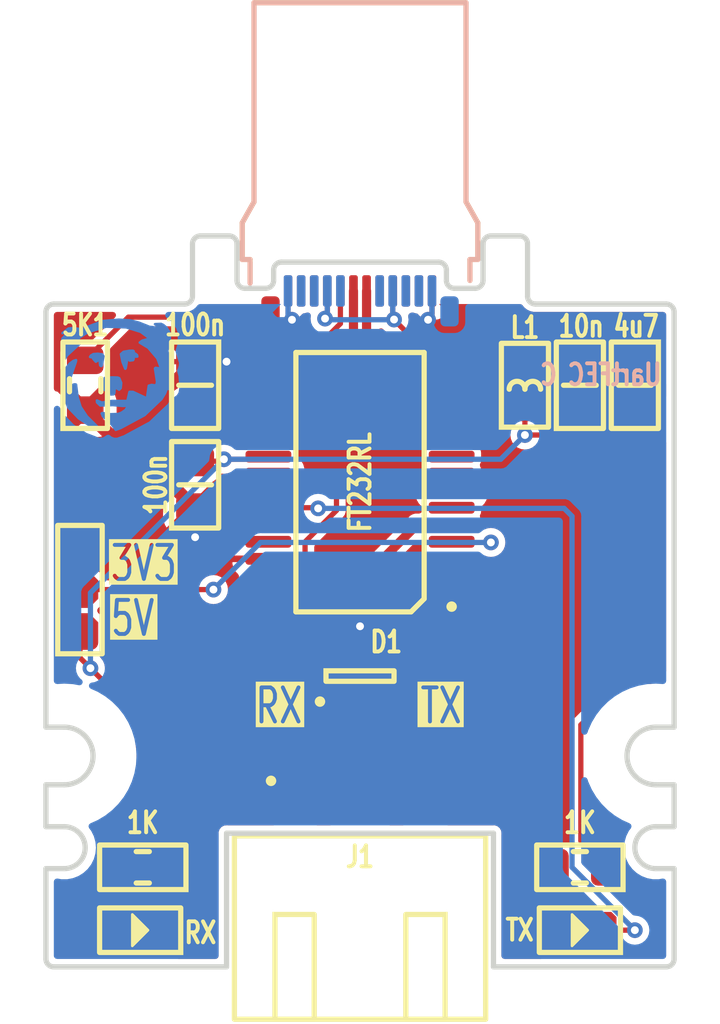
<source format=kicad_pcb>
(kicad_pcb (version 20221018) (generator pcbnew)
  (layers (0 "F.Cu" signal) (31 "B.Cu" jumper) (34 "B.Paste" user) (35 "F.Paste" user) (36 "B.SilkS" user "B.Silkscreen") (37 "F.SilkS" user "F.Silkscreen") (38 "B.Mask" user) (39 "F.Mask" user) (44 "Edge.Cuts" user))
  (net 0 "")
  (net 1 "A_CC")
  (net 2 "TXD")
  (net 3 "5V")
  (net 4 "RXD")
  (net 5 "USB_DP")
  (net 6 "USB_DM")
  (net 7 "GND")
  (net 8 "USB_Vin")
  (net 9 "3V3")
  (net 10 "Vio")
  (net 11 "LED_TXD")
  (net 12 "LED_TXD'")
  (net 13 "LED_RXD'")
  (net 14 "LED_RXD")
  (footprint "Medo64:R (0805)" (layer "F.Cu") (at 40.4 44.1 180)
    (fp_text reference "R2" hide)
    (fp_text value "1K" (at 0 1.7) (layer "F.SilkS") (effects (font (size 0.8 0.6))))
    (fp_line (start -0.25 -0.6) (end 0.25 -0.6) (stroke (width 0.2)) (layer "F.SilkS"))
    (fp_line (start -0.25 0.6) (end 0.25 0.6) (stroke (width 0.2)) (layer "F.SilkS"))
    (fp_rect (start -1.65 -0.85) (end 1.65 0.85) (stroke (width 0.2)) (fill none) (layer "F.SilkS"))
    (pad "1" smd roundrect (at -0.95 0 180) (size 1.05 1.4) (layers "F.Cu" "F.Paste" "F.Mask") (net 3 "5V"))
    (pad "2" smd roundrect (at 0.95 0 180) (size 1.05 1.4) (layers "F.Cu" "F.Paste" "F.Mask") (net 12 "LED_TXD'"))
  )
  (footprint "Medo64:L (0805)" (layer "F.Cu") (at 38.3 25.7 90)
    (fp_text reference "L1" (at 2.2 0 180) (layer "F.SilkS") (effects (font (size 0.8 0.6))))
    (fp_text value "600R" hide)
    (fp_rect (start -1.6 -0.9) (end 1.6 0.9) (stroke (width 0.2)) (fill none) (layer "F.SilkS"))
    (fp_arc (start -0.15 -0.6) (mid 0.15 -0.3) (end -0.15 0) (stroke (width 0.2)) (layer "F.SilkS"))
    (fp_arc (start -0.15 0) (mid 0.15 0.3) (end -0.15 0.6) (stroke (width 0.2)) (layer "F.SilkS"))
    (pad "1" smd roundrect (at -0.85 0 90) (size 1.05 1.4) (layers "F.Cu" "F.Paste" "F.Mask") (net 3 "5V"))
    (pad "2" smd roundrect (at 0.85 0 90) (size 1.05 1.4) (layers "F.Cu" "F.Paste" "F.Mask") (net 8 "USB_Vin"))
  )
  (footprint "Medo64:P USB C 3.2 Edge (24w)" (layer "F.Cu") (at 32 22)
    (fp_text reference "P1" hide)
    (fp_text value "105444-0001" hide)
    (fp_line (start -4.5 -2.5) (end -4.5 -1.1) (stroke (width 0.2)) (layer "B.SilkS"))
    (fp_line (start -4.5 -2.5) (end -4.05 -3.3) (stroke (width 0.2)) (layer "B.SilkS"))
    (fp_line (start -4.5 -1.1) (end -4.2 -1.1) (stroke (width 0.2)) (layer "B.SilkS"))
    (fp_line (start -4.2 -1) (end -4.2 -0.2) (stroke (width 0.2)) (layer "B.SilkS"))
    (fp_line (start -4.05 -10.9) (end -4.05 -3.3) (stroke (width 0.2)) (layer "B.SilkS"))
    (fp_line (start -4.05 -10.9) (end 4.05 -10.9) (stroke (width 0.2)) (layer "B.SilkS"))
    (fp_line (start 4.05 -10.9) (end 4.05 -3.3) (stroke (width 0.2)) (layer "B.SilkS"))
    (fp_line (start 4.2 -1.1) (end 4.2 -0.3) (stroke (width 0.2)) (layer "B.SilkS"))
    (fp_line (start 4.5 -2.5) (end 4.05 -3.3) (stroke (width 0.2)) (layer "B.SilkS"))
    (fp_line (start 4.5 -2.5) (end 4.5 -1.1) (stroke (width 0.2)) (layer "B.SilkS"))
    (fp_line (start 4.5 -1.1) (end 4.2 -1.1) (stroke (width 0.2)) (layer "B.SilkS"))
    (fp_line (start -4.5 -2.5) (end -4.5 -1.1) (stroke (width 0.2)) (layer "F.SilkS"))
    (fp_line (start -4.5 -2.5) (end -4.05 -3.3) (stroke (width 0.2)) (layer "F.SilkS"))
    (fp_line (start -4.5 -1.1) (end -4.2 -1.1) (stroke (width 0.2)) (layer "F.SilkS"))
    (fp_line (start -4.2 -1.1) (end -4.2 -0.3) (stroke (width 0.2)) (layer "F.SilkS"))
    (fp_line (start -4.05 -10.9) (end -4.05 -3.3) (stroke (width 0.2)) (layer "F.SilkS"))
    (fp_line (start -4.05 -10.9) (end 4.05 -10.9) (stroke (width 0.2)) (layer "F.SilkS"))
    (fp_line (start 4.05 -10.9) (end 4.05 -3.3) (stroke (width 0.2)) (layer "F.SilkS"))
    (fp_line (start 4.2 -1.1) (end 4.2 -0.3) (stroke (width 0.2)) (layer "F.SilkS"))
    (fp_line (start 4.5 -2.5) (end 4.05 -3.3) (stroke (width 0.2)) (layer "F.SilkS"))
    (fp_line (start 4.5 -2.5) (end 4.5 -1.1) (stroke (width 0.2)) (layer "F.SilkS"))
    (fp_line (start 4.5 -1.1) (end 4.2 -1.1) (stroke (width 0.2)) (layer "F.SilkS"))
    (pad "A1" smd roundrect locked (at -2.75 0.1) (size 0.33 1.2) (layers "F.Cu" "F.Paste" "F.Mask") (chamfer_ratio 0.2) (chamfer top_left bottom_left) (net 7 "GND"))
    (pad "A2" smd roundrect locked (at -2.25 0.1) (size 0.33 1.2) (layers "F.Cu" "F.Paste" "F.Mask"))
    (pad "A3" smd roundrect locked (at -1.75 0.1) (size 0.33 1.2) (layers "F.Cu" "F.Paste" "F.Mask"))
    (pad "A4" smd roundrect locked (at -1.25 0.1) (size 0.33 1.2) (layers "F.Cu" "F.Paste" "F.Mask") (net 8 "USB_Vin"))
    (pad "A5" smd roundrect locked (at -0.75 0.1) (size 0.33 1.2) (layers "F.Cu" "F.Paste" "F.Mask") (net 1 "A_CC"))
    (pad "A6" smd roundrect locked (at -0.25 0.1) (size 0.33 1.2) (layers "F.Cu" "F.Paste" "F.Mask") (net 5 "USB_DP"))
    (pad "A7" smd roundrect locked (at 0.25 0.1) (size 0.33 1.2) (layers "F.Cu" "F.Paste" "F.Mask") (net 6 "USB_DM"))
    (pad "A8" smd roundrect locked (at 0.75 0.1) (size 0.33 1.2) (layers "F.Cu" "F.Paste" "F.Mask"))
    (pad "A9" smd roundrect locked (at 1.25 0.1) (size 0.33 1.2) (layers "F.Cu" "F.Paste" "F.Mask") (net 8 "USB_Vin"))
    (pad "A10" smd roundrect locked (at 1.75 0.1) (size 0.33 1.2) (layers "F.Cu" "F.Paste" "F.Mask"))
    (pad "A11" smd roundrect locked (at 2.25 0.1) (size 0.33 1.2) (layers "F.Cu" "F.Paste" "F.Mask"))
    (pad "A12" smd roundrect locked (at 2.75 0.1) (size 0.33 1.2) (layers "F.Cu" "F.Paste" "F.Mask") (net 7 "GND"))
    (pad "B01" smd roundrect locked (at 2.75 0.1) (size 0.33 1.2) (layers "B.Cu" "B.Paste" "B.Mask") (chamfer_ratio 0.2) (chamfer top_right bottom_right) (net 7 "GND"))
    (pad "B02" smd roundrect locked (at 2.25 0.1) (size 0.33 1.2) (layers "B.Cu" "B.Paste" "B.Mask"))
    (pad "B03" smd roundrect locked (at 1.75 0.1) (size 0.33 1.2) (layers "B.Cu" "B.Paste" "B.Mask"))
    (pad "B04" smd roundrect locked (at 1.25 0.1) (size 0.33 1.2) (layers "B.Cu" "B.Paste" "B.Mask") (net 8 "USB_Vin"))
    (pad "B05" smd roundrect locked (at 0.75 0.1) (size 0.33 1.2) (layers "B.Cu" "B.Paste" "B.Mask"))
    (pad "B08" smd roundrect locked (at -0.75 0.1) (size 0.33 1.2) (layers "B.Cu" "B.Paste" "B.Mask"))
    (pad "B09" smd roundrect locked (at -1.25 0.1) (size 0.33 1.2) (layers "B.Cu" "B.Paste" "B.Mask") (net 8 "USB_Vin"))
    (pad "B10" smd roundrect locked (at -1.75 0.1) (size 0.33 1.2) (layers "B.Cu" "B.Paste" "B.Mask"))
    (pad "B11" smd roundrect locked (at -2.25 0.1) (size 0.33 1.2) (layers "B.Cu" "B.Paste" "B.Mask"))
    (pad "B12" smd roundrect locked (at -2.75 0.1) (size 0.33 1.2) (layers "B.Cu" "B.Paste" "B.Mask") (net 7 "GND"))
    (pad "S" smd roundrect locked (at -3.42 0.88) (size 0.7 1.15) (layers "F.Cu" "F.Paste" "F.Mask"))
    (pad "S" smd roundrect locked (at 3.42 0.88) (size 0.7 1.15) (layers "B.Cu" "B.Paste" "B.Mask"))
  )
  (footprint "Medo64:D TVS SM05T1G (SOT23-3)" (layer "F.Cu") (at 32 36.8)
    (fp_text reference "D1" (at 1 -1.3) (layer "F.SilkS") (effects (font (size 0.8 0.6))))
    (fp_text value "SM05T1G" hide)
    (fp_rect (start -1.3 -0.2) (end 1.3 0.2) (stroke (width 0.2)) (fill none) (layer "F.SilkS"))
    (fp_circle (center -1.53 0.975) (end -1.38 0.975) (stroke (width 0.1)) (fill solid) (layer "F.SilkS"))
    (pad "1" smd roundrect (at -0.95 0.975) (size 0.56 0.95) (layers "F.Cu" "F.Paste" "F.Mask") (chamfer_ratio 0.2) (chamfer top_left bottom_left) (net 4 "RXD"))
    (pad "2" smd roundrect (at 0.95 0.975) (size 0.56 0.95) (layers "F.Cu" "F.Paste" "F.Mask") (net 2 "TXD"))
    (pad "3" smd roundrect (at 0 -0.975) (size 0.56 0.95) (layers "F.Cu" "F.Paste" "F.Mask") (net 7 "GND"))
  )
  (footprint "Medo64:C (0805)" (layer "F.Cu") (at 40.4 25.7 90)
    (fp_text reference "C1" hide)
    (fp_text value "10n" (at 2.25 0.05 180) (layer "F.SilkS") (effects (font (size 0.8 0.6) (thickness 0.15) bold)))
    (fp_line (start 0 -0.625) (end 0 0.625) (stroke (width 0.2)) (layer "F.SilkS"))
    (fp_rect (start -1.65 -0.9) (end 1.65 0.9) (stroke (width 0.2)) (fill none) (layer "F.SilkS"))
    (pad "1" smd roundrect (at -0.9 0 90) (size 1.15 1.45) (layers "F.Cu" "F.Paste" "F.Mask") (net 7 "GND"))
    (pad "2" smd roundrect (at 0.9 0 90) (size 1.15 1.45) (layers "F.Cu" "F.Paste" "F.Mask") (net 8 "USB_Vin"))
  )
  (footprint "Medo64:DS (0805)" (layer "F.Cu") (at 40.4 46.5 180)
    (fp_text reference "DS2" hide)
    (fp_text value "TX" (at 2.3 0) (layer "F.SilkS") (effects (font (size 0.8 0.6) (thickness 0.15) bold)))
    (fp_rect (start -1.55 -0.85) (end 1.55 0.85) (stroke (width 0.2)) (fill none) (layer "F.SilkS"))
    (fp_poly (pts (xy -0.3 0) (xy 0.3 -0.6) (xy 0.3 0.6)) (stroke (width 0.1)) (fill solid) (layer "F.SilkS"))
    (pad "1" smd roundrect (at -0.9 0 180) (size 1 1.4) (layers "F.Cu" "F.Paste" "F.Mask") (chamfer_ratio 0.2) (chamfer top_left bottom_left) (net 11 "LED_TXD"))
    (pad "2" smd roundrect (at 0.9 0 180) (size 1 1.4) (layers "F.Cu" "F.Paste" "F.Mask") (net 12 "LED_TXD'"))
  )
  (footprint "Medo64:C (0805)" (layer "F.Cu") (at 25.7 25.7 -90)
    (fp_text reference "C3" hide)
    (fp_text value "100n" (at -2.3 0) (layer "F.SilkS") (effects (font (size 0.8 0.6) (thickness 0.15) bold)))
    (fp_line (start 0 -0.625) (end 0 0.625) (stroke (width 0.2)) (layer "F.SilkS"))
    (fp_rect (start -1.65 -0.9) (end 1.65 0.9) (stroke (width 0.2)) (fill none) (layer "F.SilkS"))
    (pad "1" smd roundrect (at -0.9 0 270) (size 1.15 1.45) (layers "F.Cu" "F.Paste" "F.Mask") (net 7 "GND"))
    (pad "2" smd roundrect (at 0.9 0 270) (size 1.15 1.45) (layers "F.Cu" "F.Paste" "F.Mask") (net 9 "3V3"))
  )
  (footprint "Medo64:J JST XH Edge [UART] (3w)" (layer "F.Cu") (at 32 40.8)
    (fp_text reference "J1" (at 0 2.9) (layer "F.SilkS") (effects (font (size 0.8 0.6) (thickness 0.15) bold)))
    (fp_text value "B3B-XH-A")
    (fp_rect (start -4.8 2.1) (end 4.8 9.1) (stroke (width 0.2)) (fill none) (layer "F.SilkS"))
    (fp_rect (start -3.25 5.1) (end -1.75 9.1) (stroke (width 0.2)) (fill none) (layer "F.SilkS"))
    (fp_rect (start 3.25 5.1) (end 1.75 9.1) (stroke (width 0.2)) (fill none) (layer "F.SilkS"))
    (fp_circle (center -3.4 0) (end -3.25 0) (stroke (width 0.1)) (fill solid) (layer "F.SilkS"))
    (pad "1" smd roundrect (at -2.5 0) (size 1.2 3) (layers "F.Cu" "F.Paste" "F.Mask") (chamfer_ratio 0.2) (chamfer top_left bottom_left) (net 4 "RXD"))
    (pad "2" smd roundrect (at 0 0) (size 1.2 3) (layers "F.Cu" "F.Paste" "F.Mask") (net 7 "GND"))
    (pad "3" smd roundrect (at 2.5 0) (size 1.2 3) (layers "F.Cu" "F.Paste" "F.Mask") (net 2 "TXD"))
  )
  (footprint "Medo64:C (0805)" (layer "F.Cu") (at 25.7 29.5 90)
    (fp_text reference "C2" hide)
    (fp_text value "100n" (at 0 -1.5 90) (layer "F.SilkS") (effects (font (size 0.8 0.6) (thickness 0.15) bold)))
    (fp_line (start 0 -0.625) (end 0 0.625) (stroke (width 0.2)) (layer "F.SilkS"))
    (fp_rect (start -1.65 -0.9) (end 1.65 0.9) (stroke (width 0.2)) (fill none) (layer "F.SilkS"))
    (pad "1" smd roundrect (at -0.9 0 90) (size 1.15 1.45) (layers "F.Cu" "F.Paste" "F.Mask") (net 7 "GND"))
    (pad "2" smd roundrect (at 0.9 0 90) (size 1.15 1.45) (layers "F.Cu" "F.Paste" "F.Mask") (net 3 "5V"))
  )
  (footprint "Medo64:U Transciever UART FT232RL (SSOP-28)" (layer "F.Cu") (at 32 29.4 180)
    (fp_text reference "U1" hide)
    (fp_text value "FT232RL" (at 0 0 90) (layer "F.SilkS") (effects (font (size 0.8 0.6))))
    (fp_line (start -2.45 -4.45) (end -1.95 -4.95) (stroke (width 0.2)) (layer "F.SilkS"))
    (fp_line (start -2.45 4.95) (end -2.45 -4.45) (stroke (width 0.2)) (layer "F.SilkS"))
    (fp_line (start -1.95 -4.95) (end 2.45 -4.95) (stroke (width 0.2)) (layer "F.SilkS"))
    (fp_line (start 2.45 -4.95) (end 2.45 4.95) (stroke (width 0.2)) (layer "F.SilkS"))
    (fp_line (start 2.45 4.95) (end -2.45 4.95) (stroke (width 0.2)) (layer "F.SilkS"))
    (fp_circle (center -3.5 -4.75) (end -3.35 -4.75) (stroke (width 0.1)) (fill solid) (layer "F.SilkS"))
    (pad "1" smd roundrect locked (at -3.5 -4.225 180) (size 1.75 0.45) (layers "F.Cu" "F.Paste" "F.Mask") (chamfer_ratio 0.2) (chamfer top_left top_right) (net 2 "TXD"))
    (pad "2" smd roundrect locked (at -3.5 -3.575 180) (size 1.75 0.45) (layers "F.Cu" "F.Paste" "F.Mask"))
    (pad "3" smd roundrect locked (at -3.5 -2.925 180) (size 1.75 0.45) (layers "F.Cu" "F.Paste" "F.Mask"))
    (pad "4" smd roundrect locked (at -3.5 -2.275 180) (size 1.75 0.45) (layers "F.Cu" "F.Paste" "F.Mask") (net 10 "Vio"))
    (pad "5" smd roundrect locked (at -3.5 -1.625 180) (size 1.75 0.45) (layers "F.Cu" "F.Paste" "F.Mask") (net 4 "RXD"))
    (pad "6" smd roundrect locked (at -3.5 -0.975 180) (size 1.75 0.45) (layers "F.Cu" "F.Paste" "F.Mask"))
    (pad "7" smd roundrect locked (at -3.5 -0.325 180) (size 1.75 0.45) (layers "F.Cu" "F.Paste" "F.Mask") (net 7 "GND"))
    (pad "8" smd roundrect locked (at -3.5 0.325 180) (size 1.75 0.45) (layers "F.Cu" "F.Paste" "F.Mask"))
    (pad "9" smd roundrect locked (at -3.5 0.975 180) (size 1.75 0.45) (layers "F.Cu" "F.Paste" "F.Mask"))
    (pad "10" smd roundrect locked (at -3.5 1.625 180) (size 1.75 0.45) (layers "F.Cu" "F.Paste" "F.Mask"))
    (pad "11" smd roundrect locked (at -3.5 2.275 180) (size 1.75 0.45) (layers "F.Cu" "F.Paste" "F.Mask"))
    (pad "12" smd roundrect locked (at -3.5 2.925 180) (size 1.75 0.45) (layers "F.Cu" "F.Paste" "F.Mask"))
    (pad "13" smd roundrect locked (at -3.5 3.575 180) (size 1.75 0.45) (layers "F.Cu" "F.Paste" "F.Mask"))
    (pad "14" smd roundrect locked (at -3.5 4.225 180) (size 1.75 0.45) (layers "F.Cu" "F.Paste" "F.Mask"))
    (pad "15" smd roundrect locked (at 3.5 4.225 180) (size 1.75 0.45) (layers "F.Cu" "F.Paste" "F.Mask") (net 5 "USB_DP"))
    (pad "16" smd roundrect locked (at 3.5 3.575 180) (size 1.75 0.45) (layers "F.Cu" "F.Paste" "F.Mask") (net 6 "USB_DM"))
    (pad "17" smd roundrect locked (at 3.5 2.925 180) (size 1.75 0.45) (layers "F.Cu" "F.Paste" "F.Mask") (net 9 "3V3"))
    (pad "18" smd roundrect locked (at 3.5 2.275 180) (size 1.75 0.45) (layers "F.Cu" "F.Paste" "F.Mask") (net 7 "GND"))
    (pad "19" smd roundrect locked (at 3.5 1.625 180) (size 1.75 0.45) (layers "F.Cu" "F.Paste" "F.Mask"))
    (pad "20" smd roundrect locked (at 3.5 0.975 180) (size 1.75 0.45) (layers "F.Cu" "F.Paste" "F.Mask") (net 3 "5V"))
    (pad "21" smd roundrect locked (at 3.5 0.325 180) (size 1.75 0.45) (layers "F.Cu" "F.Paste" "F.Mask") (net 7 "GND"))
    (pad "22" smd roundrect locked (at 3.5 -0.325 180) (size 1.75 0.45) (layers "F.Cu" "F.Paste" "F.Mask") (net 14 "LED_RXD"))
    (pad "23" smd roundrect locked (at 3.5 -0.975 180) (size 1.75 0.45) (layers "F.Cu" "F.Paste" "F.Mask") (net 11 "LED_TXD"))
    (pad "24" smd roundrect locked (at 3.5 -1.625 180) (size 1.75 0.45) (layers "F.Cu" "F.Paste" "F.Mask"))
    (pad "25" smd roundrect locked (at 3.5 -2.275 180) (size 1.75 0.45) (layers "F.Cu" "F.Paste" "F.Mask") (net 7 "GND"))
    (pad "26" smd roundrect locked (at 3.5 -2.925 180) (size 1.75 0.45) (layers "F.Cu" "F.Paste" "F.Mask") (net 7 "GND"))
    (pad "27" smd roundrect locked (at 3.5 -3.575 180) (size 1.75 0.45) (layers "F.Cu" "F.Paste" "F.Mask"))
    (pad "28" smd roundrect locked (at 3.5 -4.225 180) (size 1.75 0.45) (layers "F.Cu" "F.Paste" "F.Mask"))
  )
  (footprint "Medo64:R (0805)" (layer "F.Cu") (at 21.5 25.7 90)
    (fp_text reference "R3" hide)
    (fp_text value "5K1" (at 2.3 0 180) (layer "F.SilkS") (effects (font (size 0.8 0.6))))
    (fp_line (start -0.25 -0.6) (end 0.25 -0.6) (stroke (width 0.2)) (layer "F.SilkS"))
    (fp_line (start -0.25 0.6) (end 0.25 0.6) (stroke (width 0.2)) (layer "F.SilkS"))
    (fp_rect (start -1.65 -0.85) (end 1.65 0.85) (stroke (width 0.2)) (fill none) (layer "F.SilkS"))
    (pad "1" smd roundrect (at -0.95 0 90) (size 1.05 1.4) (layers "F.Cu" "F.Paste" "F.Mask") (net 7 "GND"))
    (pad "2" smd roundrect (at 0.95 0 90) (size 1.05 1.4) (layers "F.Cu" "F.Paste" "F.Mask") (net 1 "A_CC"))
  )
  (footprint "Medo64:JP Dual (1205)" (layer "F.Cu") (at 21.3 33.5 90)
    (fp_text reference "JP1" hide)
    (fp_text value "Jumper" hide)
    (fp_rect (start -2.45 -0.85) (end 2.45 0.85) (stroke (width 0.2)) (fill none) (layer "F.SilkS"))
    (pad "1" smd roundrect (at -1.6 0 90) (size 1.4 1.4) (layers "F.Cu" "F.Mask") (roundrect_rratio 0.2) (chamfer_ratio 0.25) (chamfer top_right bottom_right) (net 3 "5V"))
    (pad "2" smd roundrect (at 0 0 90) (size 1.4 1.4) (layers "F.Cu" "F.Mask") (roundrect_rratio 0) (chamfer_ratio 0.25) (chamfer top_left top_right bottom_left bottom_right) (net 10 "Vio"))
    (pad "3" smd roundrect (at 1.6 0 90) (size 1.4 1.4) (layers "F.Cu" "F.Mask") (roundrect_rratio 0.2) (chamfer_ratio 0.25) (chamfer top_left bottom_left) (net 9 "3V3"))
  )
  (footprint "Medo64:DS (0805)" (layer "F.Cu") (at 23.6 46.5 180)
    (fp_text reference "DS1" hide)
    (fp_text value "RX" (at -2.3 -0.1) (layer "F.SilkS") (effects (font (size 0.8 0.6) (thickness 0.15) bold)))
    (fp_rect (start -1.55 -0.85) (end 1.55 0.85) (stroke (width 0.2)) (fill none) (layer "F.SilkS"))
    (fp_poly (pts (xy -0.3 0) (xy 0.3 -0.6) (xy 0.3 0.6)) (stroke (width 0.1)) (fill solid) (layer "F.SilkS"))
    (pad "1" smd roundrect (at -0.9 0 180) (size 1 1.4) (layers "F.Cu" "F.Paste" "F.Mask") (chamfer_ratio 0.2) (chamfer top_left bottom_left) (net 14 "LED_RXD"))
    (pad "2" smd roundrect (at 0.9 0 180) (size 1 1.4) (layers "F.Cu" "F.Paste" "F.Mask") (net 13 "LED_RXD'"))
  )
  (footprint "Medo64:R (0805)" (layer "F.Cu") (at 23.7 44.1 180)
    (fp_text reference "R1" hide)
    (fp_text value "1K" (at 0 1.7) (layer "F.SilkS") (effects (font (size 0.8 0.6))))
    (fp_line (start -0.25 -0.6) (end 0.25 -0.6) (stroke (width 0.2)) (layer "F.SilkS"))
    (fp_line (start -0.25 0.6) (end 0.25 0.6) (stroke (width 0.2)) (layer "F.SilkS"))
    (fp_rect (start -1.65 -0.85) (end 1.65 0.85) (stroke (width 0.2)) (fill none) (layer "F.SilkS"))
    (pad "1" smd roundrect (at -0.95 0 180) (size 1.05 1.4) (layers "F.Cu" "F.Paste" "F.Mask") (net 3 "5V"))
    (pad "2" smd roundrect (at 0.95 0 180) (size 1.05 1.4) (layers "F.Cu" "F.Paste" "F.Mask") (net 13 "LED_RXD'"))
  )
  (footprint "Medo64:C (0805)" (layer "F.Cu") (at 42.5 25.7 -90)
    (fp_text reference "C4" hide)
    (fp_text value "4u7" (at -2.25 -0.05) (layer "F.SilkS") (effects (font (size 0.8 0.6) (thickness 0.15) bold)))
    (fp_line (start 0 -0.625) (end 0 0.625) (stroke (width 0.2)) (layer "F.SilkS"))
    (fp_rect (start -1.65 -0.9) (end 1.65 0.9) (stroke (width 0.2)) (fill none) (layer "F.SilkS"))
    (pad "1" smd roundrect (at -0.9 0 270) (size 1.15 1.45) (layers "F.Cu" "F.Paste" "F.Mask") (net 7 "GND"))
    (pad "2" smd roundrect (at 0.9 0 270) (size 1.15 1.45) (layers "F.Cu" "F.Paste" "F.Mask") (net 3 "5V"))
  )
  (footprint "Medo64:ICON Medo64" (layer "B.Cu") (at 22.7 25.3 180)
    (fp_text reference "ICON" hide)
    (fp_text value "Medo64" hide)
    (fp_poly (pts (xy 0.569 0.353) (xy 0.506 0.707) (xy 0.554 0.778) (xy 0.719 0.8) (xy 0.885 0.786) (xy 0.979 0.733) (xy 1.012 0.682) (xy 0.902 0.659) (xy 0.892 0.612) (xy 0.793 0.5) (xy 0.659 0.583) (xy 0.647 0.581) (xy 0.632 0.391) (xy 0.622 0.353) (xy 0.592 0.334)) (stroke (width 0.1)) (fill solid) (layer "B.Cu"))
    (fp_poly (pts (xy -0.347 0.253) (xy -0.412 0.648) (xy -0.502 0.544) (xy -0.626 0.56) (xy -0.646 0.595) (xy -0.654 0.695) (xy -0.79 0.696) (xy -0.777 0.752) (xy -0.709 0.806) (xy -0.594 0.838) (xy -0.594 0.861) (xy -0.645 0.874) (xy -0.654 0.893) (xy -0.626 0.915) (xy -0.491 0.913) (xy -0.267 0.874) (xy -0.168 0.787) (xy -0.23 0.486) (xy -0.331 0.233) (xy -0.339 0.24)) (stroke (width 0.1)) (fill solid) (layer "B.Cu"))
    (fp_poly (pts (xy 0.115 -0.742) (xy 0.0899 -0.706) (xy 0.0781 -0.566) (xy 0.0622 -0.52) (xy 0.00798 -0.502) (xy -0.097 -0.566) (xy -0.155 -0.508) (xy -0.174 -0.31) (xy -0.101 -0.133) (xy -0.0361 -0.108) (xy 0.168 -0.103) (xy 0.347 -0.109) (xy 0.44 -0.12) (xy 0.515 -0.205) (xy 0.54 -0.36) (xy 0.533 -0.466) (xy 0.5 -0.535) (xy 0.431 -0.596) (xy 0.384 -0.562) (xy 0.365 -0.53) (xy 0.342 -0.512) (xy 0.286 -0.53) (xy 0.257 -0.652) (xy 0.212 -0.749)) (stroke (width 0.1)) (fill solid) (layer "B.Cu"))
    (fp_poly (pts (xy 1.137 -1.588) (xy 1.377 -1.227) (xy 1.493 -0.853) (xy 1.544 -0.455) (xy 1.551 -0.378) (xy 1.595 -0.367) (xy 1.649 -0.379) (xy 1.781 -0.45) (xy 1.801 -0.39) (xy 1.761 -0.0848) (xy 1.586 0.417) (xy 1.555 0.511) (xy 1.55 0.558) (xy 1.648 0.527) (xy 1.79 0.423) (xy 1.958 0.207) (xy 2.045 -0.013) (xy 2.05 -0.076) (xy 1.964 -0.0819) (xy 1.999 -0.548) (xy 1.973 -0.89) (xy 1.846 -1.245) (xy 1.444 -1.662) (xy 1.007 -1.949) (xy 0.62 -2.1)) (stroke (width 0.1)) (fill solid) (layer "B.Cu"))
    (fp_poly (pts (xy -0.162 -2.027) (xy -1.067 -1.539) (xy -1.715 -0.923) (xy -1.847 -0.71) (xy -1.921 -0.519) (xy -2.079 -0.567) (xy -2.095 -0.469) (xy -2.062 -0.0937) (xy -1.952 0.314) (xy -1.982 0.367) (xy -2.06 0.354) (xy -2.077 0.422) (xy -1.93 0.912) (xy -2.032 1.227) (xy -2.034 1.544) (xy -1.998 1.647) (xy -1.903 1.796) (xy -1.782 1.9) (xy -1.695 1.941) (xy -1.468 1.93) (xy -1.663 1.801) (xy -1.722 1.753) (xy -1.784 1.659) (xy -1.735 1.66) (xy -1.576 1.778) (xy -1.371 1.817) (xy -1.254 1.827) (xy -1.134 1.877) (xy -0.852 1.987) (xy -0.528 2.073) (xy -0.0731 2.1) (xy 0.509 2.05) (xy 1.073 1.842) (xy 1.317 1.73) (xy 1.649 1.779) (xy 1.837 1.763) (xy 2.065 1.59) (xy 1.802 1.633) (xy 1.67 1.615) (xy 1.959 1.505) (xy 2.067 1.378) (xy 2.085 1.212) (xy 2.009 0.915) (xy 2.099 0.563) (xy 2.055 0.501) (xy 1.891 0.746) (xy 1.396 1.198) (xy 1.522 1.254) (xy 1.413 1.428) (xy 1.101 1.627) (xy 0.403 1.839) (xy -0.366 1.813) (xy -0.919 1.642) (xy -1.209 1.43) (xy -1.227 1.366) (xy -0.981 1.3) (xy -0.886 1.23) (xy -1.21 1.035) (xy -1.558 0.628) (xy -1.682 0.293) (xy -1.663 0.238) (xy -1.492 0.262) (xy -1.468 0.242) (xy -1.547 -0.268) (xy -1.529 -0.375) (xy -1.464 -0.408) (xy -1.339 -0.39) (xy -1.231 -0.419) (xy -1.16 -0.905) (xy -0.625 -0.656) (xy -0.494 -0.655) (xy -0.414 -1.002) (xy 0.18 -1.002) (xy 0.561 -1.064) (xy 0.751 -0.985) (xy 0.746 -1.053) (xy 0.624 -1.17) (xy 0.142 -1.154) (xy -0.23 -1.188) (xy -0.449 -1.178) (xy -0.342 -1.347) (xy -0.189 -1.45) (xy -0.0588 -1.5) (xy 0.291 -1.511) (xy 0.537 -1.463) (xy 0.568 -1.475) (xy 0.523 -1.584) (xy 0.188 -1.888) (xy 0.0332 -2.1)) (stroke (width 0.1)) (fill solid) (layer "B.Cu"))
  )
  (gr_line locked (start 38.4 20.3) (end 38.4 22.3) (stroke (width 0.2)) (layer "Edge.Cuts"))
  (gr_arc locked (start 25.6 22.3) (mid 25.512132 22.512132) (end 25.3 22.6) (stroke (width 0.2)) (layer "Edge.Cuts"))
  (gr_arc locked (start 43.3 40.95) (mid 42.2 39.85) (end 43.3 38.75) (stroke (width 0.2)) (layer "Edge.Cuts"))
  (gr_line locked (start 37.1 47.9) (end 43.7 47.9) (stroke (width 0.2)) (layer "Edge.Cuts"))
  (gr_line locked (start 20.7 40.95) (end 20 40.95) (stroke (width 0.2)) (layer "Edge.Cuts"))
  (gr_line locked (start 43.3 40.95) (end 44 40.95) (stroke (width 0.2)) (layer "Edge.Cuts"))
  (gr_line locked (start 44 44.15) (end 43.3 44.15) (stroke (width 0.2)) (layer "Edge.Cuts"))
  (gr_arc locked (start 35 21) (mid 35.212132 21.087868) (end 35.3 21.3) (stroke (width 0.2)) (layer "Edge.Cuts"))
  (gr_arc locked (start 28.7 21.3) (mid 28.787868 21.087868) (end 29 21) (stroke (width 0.2)) (layer "Edge.Cuts"))
  (gr_line locked (start 38.1 20) (end 37 20) (stroke (width 0.2)) (layer "Edge.Cuts"))
  (gr_arc locked (start 28.7 21.7) (mid 28.612132 21.912132) (end 28.4 22) (stroke (width 0.2)) (layer "Edge.Cuts"))
  (gr_arc locked (start 27 20) (mid 27.212132 20.087868) (end 27.3 20.3) (stroke (width 0.2)) (layer "Edge.Cuts"))
  (gr_arc locked (start 43.7 22.6) (mid 43.912132 22.687868) (end 44 22.9) (stroke (width 0.2)) (layer "Edge.Cuts"))
  (gr_line locked (start 20 44.15) (end 20 47.6) (stroke (width 0.2)) (layer "Edge.Cuts"))
  (gr_line locked (start 20 38.75) (end 20.7 38.75) (stroke (width 0.2)) (layer "Edge.Cuts"))
  (gr_line locked (start 44 42.55) (end 43.3 42.55) (stroke (width 0.2)) (layer "Edge.Cuts"))
  (gr_arc locked (start 38.7 22.6) (mid 38.487868 22.512132) (end 38.4 22.3) (stroke (width 0.2)) (layer "Edge.Cuts"))
  (gr_line locked (start 44 42.55) (end 44 40.95) (stroke (width 0.2)) (layer "Edge.Cuts"))
  (gr_line locked (start 28.4 22) (end 27.6 22) (stroke (width 0.2)) (layer "Edge.Cuts"))
  (gr_line locked (start 43.7 22.6) (end 38.7 22.6) (stroke (width 0.2)) (layer "Edge.Cuts"))
  (gr_line locked (start 20.3 22.6) (end 25.3 22.6) (stroke (width 0.2)) (layer "Edge.Cuts"))
  (gr_arc locked (start 38.1 20) (mid 38.312132 20.087868) (end 38.4 20.3) (stroke (width 0.2)) (layer "Edge.Cuts"))
  (gr_arc locked (start 35.6 22) (mid 35.387868 21.912132) (end 35.3 21.7) (stroke (width 0.2)) (layer "Edge.Cuts"))
  (gr_line locked (start 35.3 21.7) (end 35.3 21.3) (stroke (width 0.2)) (layer "Edge.Cuts"))
  (gr_line locked (start 27.3 20.3) (end 27.3 21.7) (stroke (width 0.2)) (layer "Edge.Cuts"))
  (gr_arc locked (start 20 22.9) (mid 20.087868 22.687868) (end 20.3 22.6) (stroke (width 0.2)) (layer "Edge.Cuts"))
  (gr_arc locked (start 36.7 20.3) (mid 36.787868 20.087868) (end 37 20) (stroke (width 0.2)) (layer "Edge.Cuts"))
  (gr_arc locked (start 20.7 42.55) (mid 21.5 43.35) (end 20.7 44.15) (stroke (width 0.2)) (layer "Edge.Cuts"))
  (gr_arc locked (start 27.6 22) (mid 27.387868 21.912132) (end 27.3 21.7) (stroke (width 0.2)) (layer "Edge.Cuts"))
  (gr_line locked (start 36.7 20.3) (end 36.7 21.7) (stroke (width 0.2)) (layer "Edge.Cuts"))
  (gr_arc locked (start 44 47.6) (mid 43.912132 47.812132) (end 43.7 47.9) (stroke (width 0.2)) (layer "Edge.Cuts"))
  (gr_line locked (start 36.4 22) (end 35.6 22) (stroke (width 0.2)) (layer "Edge.Cuts"))
  (gr_line locked (start 44 22.9) (end 44 38.75) (stroke (width 0.2)) (layer "Edge.Cuts"))
  (gr_line locked (start 43.3 38.75) (end 44 38.75) (stroke (width 0.2)) (layer "Edge.Cuts"))
  (gr_line locked (start 28.7 21.7) (end 28.7 21.3) (stroke (width 0.2)) (layer "Edge.Cuts"))
  (gr_arc locked (start 20.7 38.75) (mid 21.8 39.85) (end 20.7 40.95) (stroke (width 0.2)) (layer "Edge.Cuts"))
  (gr_arc locked (start 43.3 44.15) (mid 42.5 43.35) (end 43.3 42.55) (stroke (width 0.2)) (layer "Edge.Cuts"))
  (gr_line locked (start 25.9 20) (end 27 20) (stroke (width 0.2)) (layer "Edge.Cuts"))
  (gr_line locked (start 25.6 20.3) (end 25.6 22.3) (stroke (width 0.2)) (layer "Edge.Cuts"))
  (gr_line locked (start 44 44.15) (end 44 47.6) (stroke (width 0.2)) (layer "Edge.Cuts"))
  (gr_line locked (start 20 22.9) (end 20 38.75) (stroke (width 0.2)) (layer "Edge.Cuts"))
  (gr_line locked (start 20.7 44.15) (end 20 44.15) (stroke (width 0.2)) (layer "Edge.Cuts"))
  (gr_line locked (start 37.1 42.8) (end 26.9 42.8) (stroke (width 0.2)) (layer "Edge.Cuts"))
  (gr_arc locked (start 25.6 20.3) (mid 25.687868 20.087868) (end 25.9 20) (stroke (width 0.2)) (layer "Edge.Cuts"))
  (gr_arc locked (start 36.7 21.7) (mid 36.612132 21.912132) (end 36.4 22) (stroke (width 0.2)) (layer "Edge.Cuts"))
  (gr_line locked (start 29 21) (end 35 21) (stroke (width 0.2)) (layer "Edge.Cuts"))
  (gr_line locked (start 26.9 47.9) (end 26.9 42.8) (stroke (width 0.2)) (layer "Edge.Cuts"))
  (gr_line locked (start 20.7 42.55) (end 20 42.55) (stroke (width 0.2)) (layer "Edge.Cuts"))
  (gr_line locked (start 20 42.55) (end 20 40.95) (stroke (width 0.2)) (layer "Edge.Cuts"))
  (gr_line locked (start 20.3 47.9) (end 26.9 47.9) (stroke (width 0.2)) (layer "Edge.Cuts"))
  (gr_line locked (start 37.1 47.9) (end 37.1 42.8) (stroke (width 0.2)) (layer "Edge.Cuts"))
  (gr_arc locked (start 20.3 47.9) (mid 20.087868 47.812132) (end 20 47.6) (stroke (width 0.2)) (layer "Edge.Cuts"))
  (gr_text "UartFEC C" (at 43.6 25.3) (layer "B.SilkS") (effects (font (size 0.8 0.6) (thickness 0.15) bold) (justify left mirror)))
  (gr_text "RX" (at 28.9 38.7) (layer "F.SilkS" knockout) (effects (font (size 1.3 0.9) (thickness 0.15) bold) (justify bottom)))
  (gr_text "TX" (at 35.1 38.7) (layer "F.SilkS" knockout) (effects (font (size 1.3 0.9) (thickness 0.15) bold) (justify bottom)))
  (gr_text "5V" (at 22.4 34.6) (layer "F.SilkS" knockout) (effects (font (size 1.3 0.9) (thickness 0.15) bold) (justify left)))
  (gr_text "3V3" (at 22.4 32.5) (layer "F.SilkS" knockout) (effects (font (size 1.3 0.9) (thickness 0.15) bold) (justify left)))
  (segment (start 31.25 22.1) (end 31.25 23.34792) (width 0.2) (layer "F.Cu") (net 1))
  (segment (start 23.15 23.1) (end 21.5 24.75) (width 0.2) (layer "F.Cu") (net 1))
  (segment (start 27.623959 23.1) (end 23.15 23.1) (width 0.2) (layer "F.Cu") (net 1))
  (segment (start 31.25 23.34792) (end 30.84792 23.75) (width 0.2) (layer "F.Cu") (net 1))
  (segment (start 28.273959 23.75) (end 27.623959 23.1) (width 0.2) (layer "F.Cu") (net 1))
  (segment (start 30.84792 23.75) (end 28.273959 23.75) (width 0.2) (layer "F.Cu") (net 1))
  (segment (start 32.95 38.45) (end 32.95 37.775) (width 0.35) (layer "F.Cu") (net 2))
  (segment (start 32.95 37.775) (end 32.95 35.15) (width 0.35) (layer "F.Cu") (net 2))
  (segment (start 34.5 40) (end 32.95 38.45) (width 0.35) (layer "F.Cu") (net 2))
  (segment (start 34.475 33.625) (end 35.5 33.625) (width 0.35) (layer "F.Cu") (net 2))
  (segment (start 34.5 40.8) (end 34.5 40) (width 0.35) (layer "F.Cu") (net 2))
  (segment (start 32.95 35.15) (end 34.475 33.625) (width 0.35) (layer "F.Cu") (net 2))
  (segment (start 23.556148 39.656148) (end 23.556148 42.756148) (width 0.2) (layer "F.Cu") (net 3))
  (segment (start 38.3 27.6) (end 38.3 26.55) (width 0.2) (layer "F.Cu") (net 3))
  (segment (start 43.211786 36.988214) (end 43.208226 36.9881) (width 0.2) (layer "F.Cu") (net 3))
  (segment (start 43.3 27.6) (end 43.6 27.9) (width 0.2) (layer "F.Cu") (net 3))
  (segment (start 43.6 27.9) (end 43.6 36.6) (width 0.2) (layer "F.Cu") (net 3))
  (segment (start 42.5 26.6) (end 42.5 27.6) (width 0.2) (layer "F.Cu") (net 3))
  (segment (start 28.5 28.525) (end 26.8 28.525) (width 0.2) (layer "F.Cu") (net 3))
  (segment (start 42.5 27.6) (end 38.3 27.6) (width 0.2) (layer "F.Cu") (net 3))
  (segment (start 21.7 36.5) (end 23.510568 38.310568) (width 0.2) (layer "F.Cu") (net 3))
  (segment (start 43.6 36.6) (end 43.211786 36.988214) (width 0.2) (layer "F.Cu") (net 3))
  (segment (start 26.725 28.6) (end 26.8 28.525) (width 0.2) (layer "F.Cu") (net 3))
  (segment (start 43.208226 36.9881) (end 43.08487 37) (width 0.2) (layer "F.Cu") (net 3))
  (segment (start 21.7 36.5) (end 21.3 36.1) (width 0.2) (layer "F.Cu") (net 3))
  (segment (start 40.436628 43.086628) (end 41.4 44.05) (width 0.2) (layer "F.Cu") (net 3))
  (segment (start 23.556148 42.756148) (end 24.65 43.85) (width 0.2) (layer "F.Cu") (net 3))
  (segment (start 42.5 27.6) (end 43.3 27.6) (width 0.2) (layer "F.Cu") (net 3))
  (segment (start 25.7 28.6) (end 26.725 28.6) (width 0.2) (layer "F.Cu") (net 3))
  (segment (start 23.510568 38.310568) (end 23.510568 39.302643) (width 0.2) (layer "F.Cu") (net 3))
  (segment (start 42.101103 37) (end 40.436628 38.664475) (width 0.2) (layer "F.Cu") (net 3))
  (segment (start 23.510568 39.302643) (end 23.556148 39.656148) (width 0.2) (layer "F.Cu") (net 3))
  (segment (start 40.436628 38.664475) (end 40.436628 43.086628) (width 0.2) (layer "F.Cu") (net 3))
  (segment (start 21.3 36.1) (end 21.3 35.1) (width 0.2) (layer "F.Cu") (net 3))
  (segment (start 43.08487 37) (end 42.101103 37) (width 0.2) (layer "F.Cu") (net 3))
  (via (at 26.8 28.525) (size 0.6) (drill 0.3) (layers "F.Cu" "B.Cu") (net 3))
  (via (at 38.3 27.6) (size 0.6) (drill 0.3) (layers "F.Cu" "B.Cu") (net 3))
  (via (at 21.7 36.5) (size 0.6) (drill 0.3) (layers "F.Cu" "B.Cu") (net 3))
  (segment (start 26.8 28.525) (end 21.7 33.625) (width 0.2) (layer "B.Cu") (net 3))
  (segment (start 37.375 28.525) (end 38.3 27.6) (width 0.2) (layer "B.Cu") (net 3))
  (segment (start 21.7 33.625) (end 21.7 36.5) (width 0.2) (layer "B.Cu") (net 3))
  (segment (start 26.8 28.525) (end 37.375 28.525) (width 0.2) (layer "B.Cu") (net 3))
  (segment (start 29.5 40) (end 31.05 38.45) (width 0.35) (layer "F.Cu") (net 4))
  (segment (start 31.05 34.15) (end 34.175 31.025) (width 0.35) (layer "F.Cu") (net 4))
  (segment (start 31.05 37.775) (end 31.05 34.15) (width 0.35) (layer "F.Cu") (net 4))
  (segment (start 29.5 40.8) (end 29.5 40) (width 0.35) (layer "F.Cu") (net 4))
  (segment (start 34.175 31.025) (end 35.5 31.025) (width 0.35) (layer "F.Cu") (net 4))
  (segment (start 31.05 38.45) (end 31.05 37.775) (width 0.35) (layer "F.Cu") (net 4))
  (segment (start 30.22448 25.175) (end 31.75 23.64948) (width 0.35) (layer "F.Cu") (net 5))
  (segment (start 31.75 23.64948) (end 31.75 22.1) (width 0.35) (layer "F.Cu") (net 5))
  (segment (start 28.5 25.175) (end 30.22448 25.175) (width 0.35) (layer "F.Cu") (net 5))
  (segment (start 30.281587 25.825) (end 28.5 25.825) (width 0.35) (layer "F.Cu") (net 6))
  (segment (start 32.25 22.1) (end 32.25 23.856587) (width 0.35) (layer "F.Cu") (net 6))
  (segment (start 32.25 23.856587) (end 30.281587 25.825) (width 0.35) (layer "F.Cu") (net 6))
  (segment (start 27.125 32.325) (end 27 32.2) (width 0.25) (layer "F.Cu") (net 7))
  (segment (start 27 29.4) (end 27.325 29.075) (width 0.25) (layer "F.Cu") (net 7))
  (segment (start 34.75 22.1) (end 34.75 23.05) (width 0.2) (layer "F.Cu") (net 7))
  (segment (start 27.075 31.675) (end 27 31.6) (width 0.25) (layer "F.Cu") (net 7))
  (segment (start 41.4 25.7) (end 42.3 24.8) (width 0.25) (layer "F.Cu") (net 7))
  (segment (start 36.825 29.725) (end 32.825 29.725) (width 0.25) (layer "F.Cu") (net 7))
  (segment (start 28.525 29.1) (end 29.925 29.1) (width 0.25) (layer "F.Cu") (net 7))
  (segment (start 25.7 30.4) (end 27 30.4) (width 0.25) (layer "F.Cu") (net 7))
  (segment (start 26.9 24.8) (end 25.7 24.8) (width 0.2) (layer "F.Cu") (net 7))
  (segment (start 37 29.55) (end 36.825 29.725) (width 0.25) (layer "F.Cu") (net 7))
  (segment (start 30 27.4) (end 30 29.025) (width 0.25) (layer "F.Cu") (net 7))
  (segment (start 32 40.8) (end 32 35.825) (width 0.4) (layer "F.Cu") (net 7))
  (segment (start 40.325 25.7) (end 41.4 25.7) (width 0.25) (layer "F.Cu") (net 7))
  (segment (start 34.9 23.5) (end 41.2 23.5) (width 0.25) (layer "F.Cu") (net 7))
  (segment (start 25.7 31.5) (end 25.7 30.4) (width 0.25) (layer "F.Cu") (net 7))
  (segment (start 34.75 22.95697) (end 34.75 22.1) (width 0.2) (layer "F.Cu") (net 7))
  (segment (start 27 32.2) (end 27 31.6) (width 0.25) (layer "F.Cu") (net 7))
  (segment (start 40.4 26.6) (end 40.4 25.775) (width 0.25) (layer "F.Cu") (net 7))
  (segment (start 28.5 31.675) (end 27.075 31.675) (width 0.25) (layer "F.Cu") (net 7))
  (segment (start 41.2 23.5) (end 42.5 24.8) (width 0.25) (layer "F.Cu") (net 7))
  (segment (start 28.5 27.225) (end 28.6 27.125) (width 0.25) (layer "F.Cu") (net 7))
  (segment (start 32.825 29.725) (end 32.2 29.1) (width 0.25) (layer "F.Cu") (net 7))
  (segment (start 40.325 25.7) (end 40.4 25.775) (width 0.25) (layer "F.Cu") (net 7))
  (segment (start 27.325 29.075) (end 28.5 29.075) (width 0.25) (layer "F.Cu") (net 7))
  (segment (start 27 30.4) (end 27 29.4) (width 0.25) (layer "F.Cu") (net 7))
  (segment (start 29.25 23.05) (end 29.4 23.2) (width 0.2) (layer "F.Cu") (net 7))
  (segment (start 40.325 25.7) (end 37.5 25.7) (width 0.25) (layer "F.Cu") (net 7))
  (segment (start 30 29.025) (end 29.925 29.1) (width 0.25) (layer "F.Cu") (net 7))
  (segment (start 37 26.2) (end 37 29.55) (width 0.25) (layer "F.Cu") (net 7))
  (segment (start 29.725 27.125) (end 30 27.4) (width 0.25) (layer "F.Cu") (net 7))
  (segment (start 34.75 23.05) (end 34.6 23.2) (width 0.2) (layer "F.Cu") (net 7))
  (segment (start 23.6 24.8) (end 25.7 24.8) (width 0.2) (layer "F.Cu") (net 7))
  (segment (start 34.6 23.2) (end 34.9 23.5) (width 0.25) (layer "F.Cu") (net 7))
  (segment (start 29.25 22.1) (end 29.25 23.05) (width 0.2) (layer "F.Cu") (net 7))
  (segment (start 34.50697 23.2) (end 34.75 22.95697) (width 0.2) (layer "F.Cu") (net 7))
  (segment (start 27 30.4) (end 27 31.6) (width 0.25) (layer "F.Cu") (net 7))
  (segment (start 37.5 25.7) (end 37 26.2) (width 0.25) (layer "F.Cu") (net 7))
  (segment (start 28.6 27.125) (end 29.725 27.125) (width 0.25) (layer "F.Cu") (net 7))
  (segment (start 21.75 26.65) (end 23.6 24.8) (width 0.2) (layer "F.Cu") (net 7))
  (segment (start 32 35.825) (end 32 34.9) (width 0.25) (layer "F.Cu") (net 7))
  (segment (start 28.5 32.325) (end 27.125 32.325) (width 0.25) (layer "F.Cu") (net 7))
  (segment (start 32.2 29.1) (end 29.925 29.1) (width 0.25) (layer "F.Cu") (net 7))
  (via (at 25.7 31.5) (size 0.6) (drill 0.3) (layers "F.Cu" "B.Cu") (net 7))
  (via (at 32 34.9) (size 0.6) (drill 0.3) (layers "F.Cu" "B.Cu") (net 7))
  (via (at 29.4 23.2) (size 0.6) (drill 0.3) (layers "F.Cu" "B.Cu") (net 7))
  (via (at 34.6 23.2) (size 0.6) (drill 0.3) (layers "F.Cu" "B.Cu") (net 7))
  (via (at 26.9 24.8) (size 0.6) (drill 0.3) (layers "F.Cu" "B.Cu") (net 7))
  (segment (start 29.942136 23.742136) (end 34.057864 23.742136) (width 0.2) (layer "B.Cu") (net 7))
  (segment (start 29.4 23.2) (end 29.942136 23.742136) (width 0.2) (layer "B.Cu") (net 7))
  (segment (start 25.7 31.5) (end 25.7 34.677818) (width 0.25) (layer "B.Cu") (net 7))
  (segment (start 25.922182 34.9) (end 32 34.9) (width 0.25) (layer "B.Cu") (net 7))
  (segment (start 34.75 22.1) (end 34.75 23.05) (width 0.2) (layer "B.Cu") (net 7))
  (segment (start 34.057864 23.742136) (end 34.6 23.2) (width 0.2) (layer "B.Cu") (net 7))
  (segment (start 29.25 23.05) (end 29.25 22.1) (width 0.2) (layer "B.Cu") (net 7))
  (segment (start 28.5 23.2) (end 26.9 24.8) (width 0.2) (layer "B.Cu") (net 7))
  (segment (start 25.7 34.677818) (end 25.922182 34.9) (width 0.25) (layer "B.Cu") (net 7))
  (segment (start 29.4 23.2) (end 29.25 23.05) (width 0.2) (layer "B.Cu") (net 7))
  (segment (start 34.75 23.05) (end 34.6 23.2) (width 0.2) (layer "B.Cu") (net 7))
  (segment (start 29.4 23.2) (end 28.5 23.2) (width 0.2) (layer "B.Cu") (net 7))
  (segment (start 30.75 22.1) (end 30.75 23.070102) (width 0.2) (layer "F.Cu") (net 8))
  (segment (start 36.405026 24.25) (end 37.005026 24.85) (width 0.2) (layer "F.Cu") (net 8))
  (segment (start 37.005026 24.85) (end 38.3 24.85) (width 0.2) (layer "F.Cu") (net 8))
  (segment (start 30.75 23.070102) (end 30.663983 23.156119) (width 0.2) (layer "F.Cu") (net 8))
  (segment (start 34.35 24.25) (end 36.405026 24.25) (width 0.2) (layer "F.Cu") (net 8))
  (segment (start 40.4 24.8) (end 38.35 24.8) (width 0.2) (layer "F.Cu") (net 8))
  (segment (start 33.25 22.1) (end 33.25 23.15) (width 0.2) (layer "F.Cu") (net 8))
  (segment (start 33.25 23.15) (end 34.35 24.25) (width 0.2) (layer "F.Cu") (net 8))
  (via (at 30.663983 23.156119) (size 0.6) (drill 0.3) (layers "F.Cu" "B.Cu") (net 8))
  (via (at 33.3 23.192136) (size 0.6) (drill 0.3) (layers "F.Cu" "B.Cu") (net 8))
  (segment (start 30.75 22.1) (end 30.75 23.070102) (width 0.2) (layer "B.Cu") (net 8))
  (segment (start 33.3 23.192136) (end 33.292136 23.2) (width 0.2) (layer "B.Cu") (net 8))
  (segment (start 33.25 22.1) (end 33.25 23.05) (width 0.2) (layer "B.Cu") (net 8))
  (segment (start 33.292136 23.2) (end 30.707864 23.2) (width 0.2) (layer "B.Cu") (net 8))
  (segment (start 33.25 23.05) (end 33.3 23.1) (width 0.2) (layer "B.Cu") (net 8))
  (segment (start 30.75 23.070102) (end 30.663983 23.156119) (width 0.2) (layer "B.Cu") (net 8))
  (segment (start 30.707864 23.2) (end 30.663983 23.156119) (width 0.2) (layer "B.Cu") (net 8))
  (segment (start 21.3 30.8) (end 25.5 26.6) (width 0.2) (layer "F.Cu") (net 9))
  (segment (start 28.5 26.575) (end 25.875 26.575) (width 0.2) (layer "F.Cu") (net 9))
  (segment (start 21.3 31.9) (end 21.3 30.8) (width 0.2) (layer "F.Cu") (net 9))
  (segment (start 21.7 33.5) (end 26.400012 33.5) (width 0.2) (layer "F.Cu") (net 10))
  (segment (start 35.525 31.7) (end 37 31.7) (width 0.2) (layer "F.Cu") (net 10))
  (via (at 37 31.7) (size 0.6) (drill 0.3) (layers "F.Cu" "B.Cu") (net 10))
  (via (at 26.400012 33.5) (size 0.6) (drill 0.3) (layers "F.Cu" "B.Cu") (net 10))
  (segment (start 37 31.7) (end 28.200012 31.7) (width 0.2) (layer "B.Cu") (net 10))
  (segment (start 28.200012 31.7) (end 26.400012 33.5) (width 0.2) (layer "B.Cu") (net 10))
  (segment (start 42.5 46.5) (end 41.3 46.5) (width 0.2) (layer "F.Cu") (net 11))
  (segment (start 30.375004 30.375) (end 30.4 30.399996) (width 0.2) (layer "F.Cu") (net 11))
  (segment (start 28.5 30.375) (end 30.375004 30.375) (width 0.2) (layer "F.Cu") (net 11))
  (via (at 30.4 30.399996) (size 0.6) (drill 0.3) (layers "F.Cu" "B.Cu") (net 11))
  (via (at 42.5 46.5) (size 0.6) (drill 0.3) (layers "F.Cu" "B.Cu") (net 11))
  (segment (start 40.1 44.1) (end 40.1 30.7) (width 0.2) (layer "B.Cu") (net 11))
  (segment (start 39.799996 30.399996) (end 30.4 30.399996) (width 0.2) (layer "B.Cu") (net 11))
  (segment (start 40.1 30.7) (end 39.799996 30.399996) (width 0.2) (layer "B.Cu") (net 11))
  (segment (start 42.5 46.5) (end 40.1 44.1) (width 0.2) (layer "B.Cu") (net 11))
  (segment (start 39.45 44.1) (end 39.45 46.45) (width 0.2) (layer "F.Cu") (net 12))
  (segment (start 22.7 46.5) (end 22.7 44.15) (width 0.2) (layer "F.Cu") (net 13))
  (segment (start 31.1 30.477814) (end 31.1 30) (width 0.2) (layer "F.Cu") (net 14))
  (segment (start 26 45) (end 26 37.95) (width 0.2) (layer "F.Cu") (net 14))
  (segment (start 30.825 29.725) (end 28.5 29.725) (width 0.2) (layer "F.Cu") (net 14))
  (segment (start 26 37.95) (end 29.9 34.05) (width 0.2) (layer "F.Cu") (net 14))
  (segment (start 29.9 31.677814) (end 31.1 30.477814) (width 0.2) (layer "F.Cu") (net 14))
  (segment (start 24.5 46.5) (end 26 45) (width 0.2) (layer "F.Cu") (net 14))
  (segment (start 31.1 30) (end 30.825 29.725) (width 0.2) (layer "F.Cu") (net 14))
  (segment (start 29.9 34.05) (end 29.9 31.677814) (width 0.2) (layer "F.Cu") (net 14))
  (zone (net 7) (net_name "GND") (layers "F&B.Cu") (connect_pads (clearance 0.25)) (min_thickness 0.25) (fill yes (thermal_gap 0.5) (thermal_bridge_width 0.5))
    (polygon (pts (xy 20 22.6) (xy 44 22.6) (xy 44 47.9) (xy 20 47.9)))
  )
)
</source>
